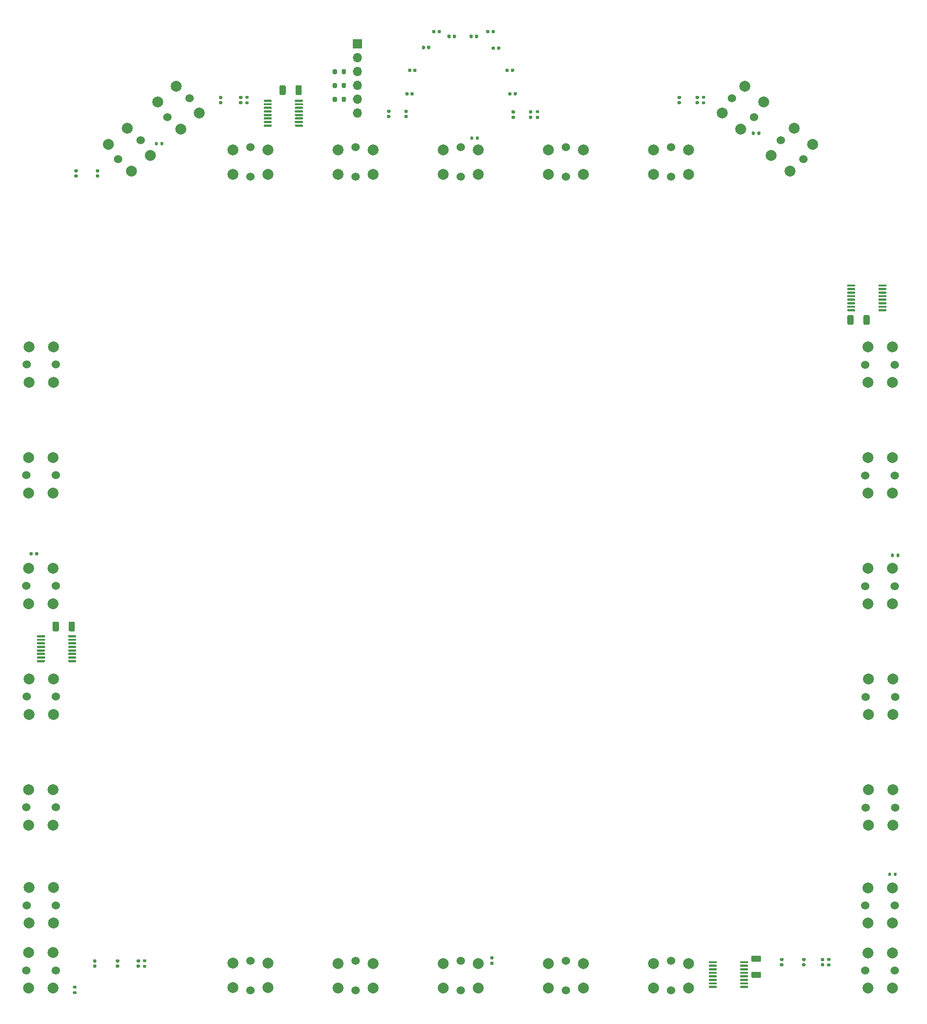
<source format=gbr>
G04 #@! TF.GenerationSoftware,KiCad,Pcbnew,(5.1.9)-1*
G04 #@! TF.CreationDate,2021-08-29T10:45:46-06:00*
G04 #@! TF.ProjectId,ampcd_button_board,616d7063-645f-4627-9574-746f6e5f626f,rev?*
G04 #@! TF.SameCoordinates,Original*
G04 #@! TF.FileFunction,Soldermask,Top*
G04 #@! TF.FilePolarity,Negative*
%FSLAX46Y46*%
G04 Gerber Fmt 4.6, Leading zero omitted, Abs format (unit mm)*
G04 Created by KiCad (PCBNEW (5.1.9)-1) date 2021-08-29 10:45:46*
%MOMM*%
%LPD*%
G01*
G04 APERTURE LIST*
%ADD10O,1.700000X1.700000*%
%ADD11R,1.700000X1.700000*%
%ADD12C,1.524000*%
%ADD13C,2.000000*%
G04 APERTURE END LIST*
G36*
G01*
X274310121Y59800490D02*
X275610123Y59800490D01*
G75*
G02*
X275860122Y59550491I0J-249999D01*
G01*
X275860122Y58900489D01*
G75*
G02*
X275610123Y58650490I-249999J0D01*
G01*
X274310121Y58650490D01*
G75*
G02*
X274060122Y58900489I0J249999D01*
G01*
X274060122Y59550491D01*
G75*
G02*
X274310121Y59800490I249999J0D01*
G01*
G37*
G36*
G01*
X274310121Y62750490D02*
X275610123Y62750490D01*
G75*
G02*
X275860122Y62500491I0J-249999D01*
G01*
X275860122Y61850489D01*
G75*
G02*
X275610123Y61600490I-249999J0D01*
G01*
X274310121Y61600490D01*
G75*
G02*
X274060122Y61850489I0J249999D01*
G01*
X274060122Y62500491D01*
G75*
G02*
X274310121Y62750490I249999J0D01*
G01*
G37*
D10*
X201794122Y217383490D03*
X201794122Y219923490D03*
X201794122Y222463490D03*
X201794122Y225003490D03*
X201794122Y227543490D03*
D11*
X201794122Y230083490D03*
D12*
X146419122Y171230490D03*
X141019122Y171230490D03*
D13*
X141469122Y174480490D03*
X145969122Y174480490D03*
X141469122Y167980490D03*
X145969122Y167980490D03*
D12*
X146355622Y150910490D03*
X140955622Y150910490D03*
D13*
X141405622Y154160490D03*
X145905622Y154160490D03*
X141405622Y147660490D03*
X145905622Y147660490D03*
D12*
X146355622Y130590490D03*
X140955622Y130590490D03*
D13*
X141405622Y133840490D03*
X145905622Y133840490D03*
X141405622Y127340490D03*
X145905622Y127340490D03*
D12*
X146419122Y110270490D03*
X141019122Y110270490D03*
D13*
X141469122Y113520490D03*
X145969122Y113520490D03*
X141469122Y107020490D03*
X145969122Y107020490D03*
D12*
X146355622Y89950490D03*
X140955622Y89950490D03*
D13*
X141405622Y93200490D03*
X145905622Y93200490D03*
X141405622Y86700490D03*
X145905622Y86700490D03*
D12*
X146419122Y71979990D03*
X141019122Y71979990D03*
D13*
X141469122Y75229990D03*
X145969122Y75229990D03*
X141469122Y68729990D03*
X145969122Y68729990D03*
D12*
X146355622Y60041990D03*
X140955622Y60041990D03*
D13*
X141405622Y63291990D03*
X145905622Y63291990D03*
X141405622Y56791990D03*
X145905622Y56791990D03*
D12*
X182120622Y56413990D03*
X182120622Y61813990D03*
D13*
X185370622Y61363990D03*
X185370622Y56863990D03*
X178870622Y61363990D03*
X178870622Y56863990D03*
D12*
X201424622Y56350490D03*
X201424622Y61750490D03*
D13*
X204674622Y61300490D03*
X204674622Y56800490D03*
X198174622Y61300490D03*
X198174622Y56800490D03*
D12*
X220728622Y56350490D03*
X220728622Y61750490D03*
D13*
X223978622Y61300490D03*
X223978622Y56800490D03*
X217478622Y61300490D03*
X217478622Y56800490D03*
D12*
X240032622Y56350490D03*
X240032622Y61750490D03*
D13*
X243282622Y61300490D03*
X243282622Y56800490D03*
X236782622Y61300490D03*
X236782622Y56800490D03*
D12*
X259336622Y56350490D03*
X259336622Y61750490D03*
D13*
X262586622Y61300490D03*
X262586622Y56800490D03*
X256086622Y61300490D03*
X256086622Y56800490D03*
D12*
X295015122Y60018990D03*
X300415122Y60018990D03*
D13*
X299965122Y56768990D03*
X295465122Y56768990D03*
X299965122Y63268990D03*
X295465122Y63268990D03*
D12*
X295015122Y71956990D03*
X300415122Y71956990D03*
D13*
X299965122Y68706990D03*
X295465122Y68706990D03*
X299965122Y75206990D03*
X295465122Y75206990D03*
D12*
X295078622Y89927490D03*
X300478622Y89927490D03*
D13*
X300028622Y86677490D03*
X295528622Y86677490D03*
X300028622Y93177490D03*
X295528622Y93177490D03*
D12*
X295078622Y110247490D03*
X300478622Y110247490D03*
D13*
X300028622Y106997490D03*
X295528622Y106997490D03*
X300028622Y113497490D03*
X295528622Y113497490D03*
D12*
X295015122Y130567490D03*
X300415122Y130567490D03*
D13*
X299965122Y127317490D03*
X295465122Y127317490D03*
X299965122Y133817490D03*
X295465122Y133817490D03*
D12*
X295015122Y150887490D03*
X300415122Y150887490D03*
D13*
X299965122Y147637490D03*
X295465122Y147637490D03*
X299965122Y154137490D03*
X295465122Y154137490D03*
D12*
X295015122Y171207490D03*
X300415122Y171207490D03*
D13*
X299965122Y167957490D03*
X295465122Y167957490D03*
X299965122Y174457490D03*
X295465122Y174457490D03*
D12*
X279484118Y212401684D03*
X283596425Y208901837D03*
D13*
X281147343Y206718491D03*
X277720420Y209635031D03*
X285360122Y211668490D03*
X281933200Y214585030D03*
D12*
X270467118Y220148684D03*
X274579425Y216648837D03*
D13*
X272130343Y214465491D03*
X268703420Y217382031D03*
X276343122Y219415490D03*
X272916200Y222332030D03*
D12*
X259336622Y205702490D03*
X259336622Y211102490D03*
D13*
X262586622Y210652490D03*
X262586622Y206152490D03*
X256086622Y210652490D03*
X256086622Y206152490D03*
D12*
X240032622Y205702490D03*
X240032622Y211102490D03*
D13*
X243282622Y210652490D03*
X243282622Y206152490D03*
X236782622Y210652490D03*
X236782622Y206152490D03*
D12*
X220728622Y205702490D03*
X220728622Y211102490D03*
D13*
X223978622Y210652490D03*
X223978622Y206152490D03*
X217478622Y210652490D03*
X217478622Y206152490D03*
D12*
X201424622Y205702490D03*
X201424622Y211102490D03*
D13*
X204674622Y210652490D03*
X204674622Y206152490D03*
X198174622Y210652490D03*
X198174622Y206152490D03*
D12*
X182120622Y205702490D03*
X182120622Y211102490D03*
D13*
X185370622Y210652490D03*
X185370622Y206152490D03*
X178870622Y210652490D03*
X178870622Y206152490D03*
D12*
X166856897Y216653297D03*
X170969204Y220153144D03*
D13*
X172732901Y217386491D03*
X169305979Y214469951D03*
X168520122Y222336490D03*
X165093200Y219419950D03*
D12*
X157839897Y208906297D03*
X161952204Y212406144D03*
D13*
X163715901Y209639491D03*
X160288979Y206722951D03*
X159503122Y214589490D03*
X156076200Y211672950D03*
G36*
G01*
X148648722Y121260490D02*
X148648722Y121460490D01*
G75*
G02*
X148748722Y121560490I100000J0D01*
G01*
X150023722Y121560490D01*
G75*
G02*
X150123722Y121460490I0J-100000D01*
G01*
X150123722Y121260490D01*
G75*
G02*
X150023722Y121160490I-100000J0D01*
G01*
X148748722Y121160490D01*
G75*
G02*
X148648722Y121260490I0J100000D01*
G01*
G37*
G36*
G01*
X148648722Y120610490D02*
X148648722Y120810490D01*
G75*
G02*
X148748722Y120910490I100000J0D01*
G01*
X150023722Y120910490D01*
G75*
G02*
X150123722Y120810490I0J-100000D01*
G01*
X150123722Y120610490D01*
G75*
G02*
X150023722Y120510490I-100000J0D01*
G01*
X148748722Y120510490D01*
G75*
G02*
X148648722Y120610490I0J100000D01*
G01*
G37*
G36*
G01*
X148648722Y119960490D02*
X148648722Y120160490D01*
G75*
G02*
X148748722Y120260490I100000J0D01*
G01*
X150023722Y120260490D01*
G75*
G02*
X150123722Y120160490I0J-100000D01*
G01*
X150123722Y119960490D01*
G75*
G02*
X150023722Y119860490I-100000J0D01*
G01*
X148748722Y119860490D01*
G75*
G02*
X148648722Y119960490I0J100000D01*
G01*
G37*
G36*
G01*
X148648722Y119310490D02*
X148648722Y119510490D01*
G75*
G02*
X148748722Y119610490I100000J0D01*
G01*
X150023722Y119610490D01*
G75*
G02*
X150123722Y119510490I0J-100000D01*
G01*
X150123722Y119310490D01*
G75*
G02*
X150023722Y119210490I-100000J0D01*
G01*
X148748722Y119210490D01*
G75*
G02*
X148648722Y119310490I0J100000D01*
G01*
G37*
G36*
G01*
X148648722Y118660490D02*
X148648722Y118860490D01*
G75*
G02*
X148748722Y118960490I100000J0D01*
G01*
X150023722Y118960490D01*
G75*
G02*
X150123722Y118860490I0J-100000D01*
G01*
X150123722Y118660490D01*
G75*
G02*
X150023722Y118560490I-100000J0D01*
G01*
X148748722Y118560490D01*
G75*
G02*
X148648722Y118660490I0J100000D01*
G01*
G37*
G36*
G01*
X148648722Y118010490D02*
X148648722Y118210490D01*
G75*
G02*
X148748722Y118310490I100000J0D01*
G01*
X150023722Y118310490D01*
G75*
G02*
X150123722Y118210490I0J-100000D01*
G01*
X150123722Y118010490D01*
G75*
G02*
X150023722Y117910490I-100000J0D01*
G01*
X148748722Y117910490D01*
G75*
G02*
X148648722Y118010490I0J100000D01*
G01*
G37*
G36*
G01*
X148648722Y117360490D02*
X148648722Y117560490D01*
G75*
G02*
X148748722Y117660490I100000J0D01*
G01*
X150023722Y117660490D01*
G75*
G02*
X150123722Y117560490I0J-100000D01*
G01*
X150123722Y117360490D01*
G75*
G02*
X150023722Y117260490I-100000J0D01*
G01*
X148748722Y117260490D01*
G75*
G02*
X148648722Y117360490I0J100000D01*
G01*
G37*
G36*
G01*
X148648722Y116710490D02*
X148648722Y116910490D01*
G75*
G02*
X148748722Y117010490I100000J0D01*
G01*
X150023722Y117010490D01*
G75*
G02*
X150123722Y116910490I0J-100000D01*
G01*
X150123722Y116710490D01*
G75*
G02*
X150023722Y116610490I-100000J0D01*
G01*
X148748722Y116610490D01*
G75*
G02*
X148648722Y116710490I0J100000D01*
G01*
G37*
G36*
G01*
X142923722Y116710490D02*
X142923722Y116910490D01*
G75*
G02*
X143023722Y117010490I100000J0D01*
G01*
X144298722Y117010490D01*
G75*
G02*
X144398722Y116910490I0J-100000D01*
G01*
X144398722Y116710490D01*
G75*
G02*
X144298722Y116610490I-100000J0D01*
G01*
X143023722Y116610490D01*
G75*
G02*
X142923722Y116710490I0J100000D01*
G01*
G37*
G36*
G01*
X142923722Y117360490D02*
X142923722Y117560490D01*
G75*
G02*
X143023722Y117660490I100000J0D01*
G01*
X144298722Y117660490D01*
G75*
G02*
X144398722Y117560490I0J-100000D01*
G01*
X144398722Y117360490D01*
G75*
G02*
X144298722Y117260490I-100000J0D01*
G01*
X143023722Y117260490D01*
G75*
G02*
X142923722Y117360490I0J100000D01*
G01*
G37*
G36*
G01*
X142923722Y118010490D02*
X142923722Y118210490D01*
G75*
G02*
X143023722Y118310490I100000J0D01*
G01*
X144298722Y118310490D01*
G75*
G02*
X144398722Y118210490I0J-100000D01*
G01*
X144398722Y118010490D01*
G75*
G02*
X144298722Y117910490I-100000J0D01*
G01*
X143023722Y117910490D01*
G75*
G02*
X142923722Y118010490I0J100000D01*
G01*
G37*
G36*
G01*
X142923722Y118660490D02*
X142923722Y118860490D01*
G75*
G02*
X143023722Y118960490I100000J0D01*
G01*
X144298722Y118960490D01*
G75*
G02*
X144398722Y118860490I0J-100000D01*
G01*
X144398722Y118660490D01*
G75*
G02*
X144298722Y118560490I-100000J0D01*
G01*
X143023722Y118560490D01*
G75*
G02*
X142923722Y118660490I0J100000D01*
G01*
G37*
G36*
G01*
X142923722Y119310490D02*
X142923722Y119510490D01*
G75*
G02*
X143023722Y119610490I100000J0D01*
G01*
X144298722Y119610490D01*
G75*
G02*
X144398722Y119510490I0J-100000D01*
G01*
X144398722Y119310490D01*
G75*
G02*
X144298722Y119210490I-100000J0D01*
G01*
X143023722Y119210490D01*
G75*
G02*
X142923722Y119310490I0J100000D01*
G01*
G37*
G36*
G01*
X142923722Y119960490D02*
X142923722Y120160490D01*
G75*
G02*
X143023722Y120260490I100000J0D01*
G01*
X144298722Y120260490D01*
G75*
G02*
X144398722Y120160490I0J-100000D01*
G01*
X144398722Y119960490D01*
G75*
G02*
X144298722Y119860490I-100000J0D01*
G01*
X143023722Y119860490D01*
G75*
G02*
X142923722Y119960490I0J100000D01*
G01*
G37*
G36*
G01*
X142923722Y120610490D02*
X142923722Y120810490D01*
G75*
G02*
X143023722Y120910490I100000J0D01*
G01*
X144298722Y120910490D01*
G75*
G02*
X144398722Y120810490I0J-100000D01*
G01*
X144398722Y120610490D01*
G75*
G02*
X144298722Y120510490I-100000J0D01*
G01*
X143023722Y120510490D01*
G75*
G02*
X142923722Y120610490I0J100000D01*
G01*
G37*
G36*
G01*
X142923722Y121260490D02*
X142923722Y121460490D01*
G75*
G02*
X143023722Y121560490I100000J0D01*
G01*
X144298722Y121560490D01*
G75*
G02*
X144398722Y121460490I0J-100000D01*
G01*
X144398722Y121260490D01*
G75*
G02*
X144298722Y121160490I-100000J0D01*
G01*
X143023722Y121160490D01*
G75*
G02*
X142923722Y121260490I0J100000D01*
G01*
G37*
G36*
G01*
X271991122Y61443490D02*
X271991122Y61643490D01*
G75*
G02*
X272091122Y61743490I100000J0D01*
G01*
X273366122Y61743490D01*
G75*
G02*
X273466122Y61643490I0J-100000D01*
G01*
X273466122Y61443490D01*
G75*
G02*
X273366122Y61343490I-100000J0D01*
G01*
X272091122Y61343490D01*
G75*
G02*
X271991122Y61443490I0J100000D01*
G01*
G37*
G36*
G01*
X271991122Y60793490D02*
X271991122Y60993490D01*
G75*
G02*
X272091122Y61093490I100000J0D01*
G01*
X273366122Y61093490D01*
G75*
G02*
X273466122Y60993490I0J-100000D01*
G01*
X273466122Y60793490D01*
G75*
G02*
X273366122Y60693490I-100000J0D01*
G01*
X272091122Y60693490D01*
G75*
G02*
X271991122Y60793490I0J100000D01*
G01*
G37*
G36*
G01*
X271991122Y60143490D02*
X271991122Y60343490D01*
G75*
G02*
X272091122Y60443490I100000J0D01*
G01*
X273366122Y60443490D01*
G75*
G02*
X273466122Y60343490I0J-100000D01*
G01*
X273466122Y60143490D01*
G75*
G02*
X273366122Y60043490I-100000J0D01*
G01*
X272091122Y60043490D01*
G75*
G02*
X271991122Y60143490I0J100000D01*
G01*
G37*
G36*
G01*
X271991122Y59493490D02*
X271991122Y59693490D01*
G75*
G02*
X272091122Y59793490I100000J0D01*
G01*
X273366122Y59793490D01*
G75*
G02*
X273466122Y59693490I0J-100000D01*
G01*
X273466122Y59493490D01*
G75*
G02*
X273366122Y59393490I-100000J0D01*
G01*
X272091122Y59393490D01*
G75*
G02*
X271991122Y59493490I0J100000D01*
G01*
G37*
G36*
G01*
X271991122Y58843490D02*
X271991122Y59043490D01*
G75*
G02*
X272091122Y59143490I100000J0D01*
G01*
X273366122Y59143490D01*
G75*
G02*
X273466122Y59043490I0J-100000D01*
G01*
X273466122Y58843490D01*
G75*
G02*
X273366122Y58743490I-100000J0D01*
G01*
X272091122Y58743490D01*
G75*
G02*
X271991122Y58843490I0J100000D01*
G01*
G37*
G36*
G01*
X271991122Y58193490D02*
X271991122Y58393490D01*
G75*
G02*
X272091122Y58493490I100000J0D01*
G01*
X273366122Y58493490D01*
G75*
G02*
X273466122Y58393490I0J-100000D01*
G01*
X273466122Y58193490D01*
G75*
G02*
X273366122Y58093490I-100000J0D01*
G01*
X272091122Y58093490D01*
G75*
G02*
X271991122Y58193490I0J100000D01*
G01*
G37*
G36*
G01*
X271991122Y57543490D02*
X271991122Y57743490D01*
G75*
G02*
X272091122Y57843490I100000J0D01*
G01*
X273366122Y57843490D01*
G75*
G02*
X273466122Y57743490I0J-100000D01*
G01*
X273466122Y57543490D01*
G75*
G02*
X273366122Y57443490I-100000J0D01*
G01*
X272091122Y57443490D01*
G75*
G02*
X271991122Y57543490I0J100000D01*
G01*
G37*
G36*
G01*
X271991122Y56893490D02*
X271991122Y57093490D01*
G75*
G02*
X272091122Y57193490I100000J0D01*
G01*
X273366122Y57193490D01*
G75*
G02*
X273466122Y57093490I0J-100000D01*
G01*
X273466122Y56893490D01*
G75*
G02*
X273366122Y56793490I-100000J0D01*
G01*
X272091122Y56793490D01*
G75*
G02*
X271991122Y56893490I0J100000D01*
G01*
G37*
G36*
G01*
X266266122Y56893490D02*
X266266122Y57093490D01*
G75*
G02*
X266366122Y57193490I100000J0D01*
G01*
X267641122Y57193490D01*
G75*
G02*
X267741122Y57093490I0J-100000D01*
G01*
X267741122Y56893490D01*
G75*
G02*
X267641122Y56793490I-100000J0D01*
G01*
X266366122Y56793490D01*
G75*
G02*
X266266122Y56893490I0J100000D01*
G01*
G37*
G36*
G01*
X266266122Y57543490D02*
X266266122Y57743490D01*
G75*
G02*
X266366122Y57843490I100000J0D01*
G01*
X267641122Y57843490D01*
G75*
G02*
X267741122Y57743490I0J-100000D01*
G01*
X267741122Y57543490D01*
G75*
G02*
X267641122Y57443490I-100000J0D01*
G01*
X266366122Y57443490D01*
G75*
G02*
X266266122Y57543490I0J100000D01*
G01*
G37*
G36*
G01*
X266266122Y58193490D02*
X266266122Y58393490D01*
G75*
G02*
X266366122Y58493490I100000J0D01*
G01*
X267641122Y58493490D01*
G75*
G02*
X267741122Y58393490I0J-100000D01*
G01*
X267741122Y58193490D01*
G75*
G02*
X267641122Y58093490I-100000J0D01*
G01*
X266366122Y58093490D01*
G75*
G02*
X266266122Y58193490I0J100000D01*
G01*
G37*
G36*
G01*
X266266122Y58843490D02*
X266266122Y59043490D01*
G75*
G02*
X266366122Y59143490I100000J0D01*
G01*
X267641122Y59143490D01*
G75*
G02*
X267741122Y59043490I0J-100000D01*
G01*
X267741122Y58843490D01*
G75*
G02*
X267641122Y58743490I-100000J0D01*
G01*
X266366122Y58743490D01*
G75*
G02*
X266266122Y58843490I0J100000D01*
G01*
G37*
G36*
G01*
X266266122Y59493490D02*
X266266122Y59693490D01*
G75*
G02*
X266366122Y59793490I100000J0D01*
G01*
X267641122Y59793490D01*
G75*
G02*
X267741122Y59693490I0J-100000D01*
G01*
X267741122Y59493490D01*
G75*
G02*
X267641122Y59393490I-100000J0D01*
G01*
X266366122Y59393490D01*
G75*
G02*
X266266122Y59493490I0J100000D01*
G01*
G37*
G36*
G01*
X266266122Y60143490D02*
X266266122Y60343490D01*
G75*
G02*
X266366122Y60443490I100000J0D01*
G01*
X267641122Y60443490D01*
G75*
G02*
X267741122Y60343490I0J-100000D01*
G01*
X267741122Y60143490D01*
G75*
G02*
X267641122Y60043490I-100000J0D01*
G01*
X266366122Y60043490D01*
G75*
G02*
X266266122Y60143490I0J100000D01*
G01*
G37*
G36*
G01*
X266266122Y60793490D02*
X266266122Y60993490D01*
G75*
G02*
X266366122Y61093490I100000J0D01*
G01*
X267641122Y61093490D01*
G75*
G02*
X267741122Y60993490I0J-100000D01*
G01*
X267741122Y60793490D01*
G75*
G02*
X267641122Y60693490I-100000J0D01*
G01*
X266366122Y60693490D01*
G75*
G02*
X266266122Y60793490I0J100000D01*
G01*
G37*
G36*
G01*
X266266122Y61443490D02*
X266266122Y61643490D01*
G75*
G02*
X266366122Y61743490I100000J0D01*
G01*
X267641122Y61743490D01*
G75*
G02*
X267741122Y61643490I0J-100000D01*
G01*
X267741122Y61443490D01*
G75*
G02*
X267641122Y61343490I-100000J0D01*
G01*
X266366122Y61343490D01*
G75*
G02*
X266266122Y61443490I0J100000D01*
G01*
G37*
G36*
G01*
X293141122Y181299490D02*
X293141122Y181099490D01*
G75*
G02*
X293041122Y180999490I-100000J0D01*
G01*
X291766122Y180999490D01*
G75*
G02*
X291666122Y181099490I0J100000D01*
G01*
X291666122Y181299490D01*
G75*
G02*
X291766122Y181399490I100000J0D01*
G01*
X293041122Y181399490D01*
G75*
G02*
X293141122Y181299490I0J-100000D01*
G01*
G37*
G36*
G01*
X293141122Y181949490D02*
X293141122Y181749490D01*
G75*
G02*
X293041122Y181649490I-100000J0D01*
G01*
X291766122Y181649490D01*
G75*
G02*
X291666122Y181749490I0J100000D01*
G01*
X291666122Y181949490D01*
G75*
G02*
X291766122Y182049490I100000J0D01*
G01*
X293041122Y182049490D01*
G75*
G02*
X293141122Y181949490I0J-100000D01*
G01*
G37*
G36*
G01*
X293141122Y182599490D02*
X293141122Y182399490D01*
G75*
G02*
X293041122Y182299490I-100000J0D01*
G01*
X291766122Y182299490D01*
G75*
G02*
X291666122Y182399490I0J100000D01*
G01*
X291666122Y182599490D01*
G75*
G02*
X291766122Y182699490I100000J0D01*
G01*
X293041122Y182699490D01*
G75*
G02*
X293141122Y182599490I0J-100000D01*
G01*
G37*
G36*
G01*
X293141122Y183249490D02*
X293141122Y183049490D01*
G75*
G02*
X293041122Y182949490I-100000J0D01*
G01*
X291766122Y182949490D01*
G75*
G02*
X291666122Y183049490I0J100000D01*
G01*
X291666122Y183249490D01*
G75*
G02*
X291766122Y183349490I100000J0D01*
G01*
X293041122Y183349490D01*
G75*
G02*
X293141122Y183249490I0J-100000D01*
G01*
G37*
G36*
G01*
X293141122Y183899490D02*
X293141122Y183699490D01*
G75*
G02*
X293041122Y183599490I-100000J0D01*
G01*
X291766122Y183599490D01*
G75*
G02*
X291666122Y183699490I0J100000D01*
G01*
X291666122Y183899490D01*
G75*
G02*
X291766122Y183999490I100000J0D01*
G01*
X293041122Y183999490D01*
G75*
G02*
X293141122Y183899490I0J-100000D01*
G01*
G37*
G36*
G01*
X293141122Y184549490D02*
X293141122Y184349490D01*
G75*
G02*
X293041122Y184249490I-100000J0D01*
G01*
X291766122Y184249490D01*
G75*
G02*
X291666122Y184349490I0J100000D01*
G01*
X291666122Y184549490D01*
G75*
G02*
X291766122Y184649490I100000J0D01*
G01*
X293041122Y184649490D01*
G75*
G02*
X293141122Y184549490I0J-100000D01*
G01*
G37*
G36*
G01*
X293141122Y185199490D02*
X293141122Y184999490D01*
G75*
G02*
X293041122Y184899490I-100000J0D01*
G01*
X291766122Y184899490D01*
G75*
G02*
X291666122Y184999490I0J100000D01*
G01*
X291666122Y185199490D01*
G75*
G02*
X291766122Y185299490I100000J0D01*
G01*
X293041122Y185299490D01*
G75*
G02*
X293141122Y185199490I0J-100000D01*
G01*
G37*
G36*
G01*
X293141122Y185849490D02*
X293141122Y185649490D01*
G75*
G02*
X293041122Y185549490I-100000J0D01*
G01*
X291766122Y185549490D01*
G75*
G02*
X291666122Y185649490I0J100000D01*
G01*
X291666122Y185849490D01*
G75*
G02*
X291766122Y185949490I100000J0D01*
G01*
X293041122Y185949490D01*
G75*
G02*
X293141122Y185849490I0J-100000D01*
G01*
G37*
G36*
G01*
X298866122Y185849490D02*
X298866122Y185649490D01*
G75*
G02*
X298766122Y185549490I-100000J0D01*
G01*
X297491122Y185549490D01*
G75*
G02*
X297391122Y185649490I0J100000D01*
G01*
X297391122Y185849490D01*
G75*
G02*
X297491122Y185949490I100000J0D01*
G01*
X298766122Y185949490D01*
G75*
G02*
X298866122Y185849490I0J-100000D01*
G01*
G37*
G36*
G01*
X298866122Y185199490D02*
X298866122Y184999490D01*
G75*
G02*
X298766122Y184899490I-100000J0D01*
G01*
X297491122Y184899490D01*
G75*
G02*
X297391122Y184999490I0J100000D01*
G01*
X297391122Y185199490D01*
G75*
G02*
X297491122Y185299490I100000J0D01*
G01*
X298766122Y185299490D01*
G75*
G02*
X298866122Y185199490I0J-100000D01*
G01*
G37*
G36*
G01*
X298866122Y184549490D02*
X298866122Y184349490D01*
G75*
G02*
X298766122Y184249490I-100000J0D01*
G01*
X297491122Y184249490D01*
G75*
G02*
X297391122Y184349490I0J100000D01*
G01*
X297391122Y184549490D01*
G75*
G02*
X297491122Y184649490I100000J0D01*
G01*
X298766122Y184649490D01*
G75*
G02*
X298866122Y184549490I0J-100000D01*
G01*
G37*
G36*
G01*
X298866122Y183899490D02*
X298866122Y183699490D01*
G75*
G02*
X298766122Y183599490I-100000J0D01*
G01*
X297491122Y183599490D01*
G75*
G02*
X297391122Y183699490I0J100000D01*
G01*
X297391122Y183899490D01*
G75*
G02*
X297491122Y183999490I100000J0D01*
G01*
X298766122Y183999490D01*
G75*
G02*
X298866122Y183899490I0J-100000D01*
G01*
G37*
G36*
G01*
X298866122Y183249490D02*
X298866122Y183049490D01*
G75*
G02*
X298766122Y182949490I-100000J0D01*
G01*
X297491122Y182949490D01*
G75*
G02*
X297391122Y183049490I0J100000D01*
G01*
X297391122Y183249490D01*
G75*
G02*
X297491122Y183349490I100000J0D01*
G01*
X298766122Y183349490D01*
G75*
G02*
X298866122Y183249490I0J-100000D01*
G01*
G37*
G36*
G01*
X298866122Y182599490D02*
X298866122Y182399490D01*
G75*
G02*
X298766122Y182299490I-100000J0D01*
G01*
X297491122Y182299490D01*
G75*
G02*
X297391122Y182399490I0J100000D01*
G01*
X297391122Y182599490D01*
G75*
G02*
X297491122Y182699490I100000J0D01*
G01*
X298766122Y182699490D01*
G75*
G02*
X298866122Y182599490I0J-100000D01*
G01*
G37*
G36*
G01*
X298866122Y181949490D02*
X298866122Y181749490D01*
G75*
G02*
X298766122Y181649490I-100000J0D01*
G01*
X297491122Y181649490D01*
G75*
G02*
X297391122Y181749490I0J100000D01*
G01*
X297391122Y181949490D01*
G75*
G02*
X297491122Y182049490I100000J0D01*
G01*
X298766122Y182049490D01*
G75*
G02*
X298866122Y181949490I0J-100000D01*
G01*
G37*
G36*
G01*
X298866122Y181299490D02*
X298866122Y181099490D01*
G75*
G02*
X298766122Y180999490I-100000J0D01*
G01*
X297491122Y180999490D01*
G75*
G02*
X297391122Y181099490I0J100000D01*
G01*
X297391122Y181299490D01*
G75*
G02*
X297491122Y181399490I100000J0D01*
G01*
X298766122Y181399490D01*
G75*
G02*
X298866122Y181299490I0J-100000D01*
G01*
G37*
G36*
G01*
X190279322Y219558490D02*
X190279322Y219758490D01*
G75*
G02*
X190379322Y219858490I100000J0D01*
G01*
X191654322Y219858490D01*
G75*
G02*
X191754322Y219758490I0J-100000D01*
G01*
X191754322Y219558490D01*
G75*
G02*
X191654322Y219458490I-100000J0D01*
G01*
X190379322Y219458490D01*
G75*
G02*
X190279322Y219558490I0J100000D01*
G01*
G37*
G36*
G01*
X190279322Y218908490D02*
X190279322Y219108490D01*
G75*
G02*
X190379322Y219208490I100000J0D01*
G01*
X191654322Y219208490D01*
G75*
G02*
X191754322Y219108490I0J-100000D01*
G01*
X191754322Y218908490D01*
G75*
G02*
X191654322Y218808490I-100000J0D01*
G01*
X190379322Y218808490D01*
G75*
G02*
X190279322Y218908490I0J100000D01*
G01*
G37*
G36*
G01*
X190279322Y218258490D02*
X190279322Y218458490D01*
G75*
G02*
X190379322Y218558490I100000J0D01*
G01*
X191654322Y218558490D01*
G75*
G02*
X191754322Y218458490I0J-100000D01*
G01*
X191754322Y218258490D01*
G75*
G02*
X191654322Y218158490I-100000J0D01*
G01*
X190379322Y218158490D01*
G75*
G02*
X190279322Y218258490I0J100000D01*
G01*
G37*
G36*
G01*
X190279322Y217608490D02*
X190279322Y217808490D01*
G75*
G02*
X190379322Y217908490I100000J0D01*
G01*
X191654322Y217908490D01*
G75*
G02*
X191754322Y217808490I0J-100000D01*
G01*
X191754322Y217608490D01*
G75*
G02*
X191654322Y217508490I-100000J0D01*
G01*
X190379322Y217508490D01*
G75*
G02*
X190279322Y217608490I0J100000D01*
G01*
G37*
G36*
G01*
X190279322Y216958490D02*
X190279322Y217158490D01*
G75*
G02*
X190379322Y217258490I100000J0D01*
G01*
X191654322Y217258490D01*
G75*
G02*
X191754322Y217158490I0J-100000D01*
G01*
X191754322Y216958490D01*
G75*
G02*
X191654322Y216858490I-100000J0D01*
G01*
X190379322Y216858490D01*
G75*
G02*
X190279322Y216958490I0J100000D01*
G01*
G37*
G36*
G01*
X190279322Y216308490D02*
X190279322Y216508490D01*
G75*
G02*
X190379322Y216608490I100000J0D01*
G01*
X191654322Y216608490D01*
G75*
G02*
X191754322Y216508490I0J-100000D01*
G01*
X191754322Y216308490D01*
G75*
G02*
X191654322Y216208490I-100000J0D01*
G01*
X190379322Y216208490D01*
G75*
G02*
X190279322Y216308490I0J100000D01*
G01*
G37*
G36*
G01*
X190279322Y215658490D02*
X190279322Y215858490D01*
G75*
G02*
X190379322Y215958490I100000J0D01*
G01*
X191654322Y215958490D01*
G75*
G02*
X191754322Y215858490I0J-100000D01*
G01*
X191754322Y215658490D01*
G75*
G02*
X191654322Y215558490I-100000J0D01*
G01*
X190379322Y215558490D01*
G75*
G02*
X190279322Y215658490I0J100000D01*
G01*
G37*
G36*
G01*
X190279322Y215008490D02*
X190279322Y215208490D01*
G75*
G02*
X190379322Y215308490I100000J0D01*
G01*
X191654322Y215308490D01*
G75*
G02*
X191754322Y215208490I0J-100000D01*
G01*
X191754322Y215008490D01*
G75*
G02*
X191654322Y214908490I-100000J0D01*
G01*
X190379322Y214908490D01*
G75*
G02*
X190279322Y215008490I0J100000D01*
G01*
G37*
G36*
G01*
X184554322Y215008490D02*
X184554322Y215208490D01*
G75*
G02*
X184654322Y215308490I100000J0D01*
G01*
X185929322Y215308490D01*
G75*
G02*
X186029322Y215208490I0J-100000D01*
G01*
X186029322Y215008490D01*
G75*
G02*
X185929322Y214908490I-100000J0D01*
G01*
X184654322Y214908490D01*
G75*
G02*
X184554322Y215008490I0J100000D01*
G01*
G37*
G36*
G01*
X184554322Y215658490D02*
X184554322Y215858490D01*
G75*
G02*
X184654322Y215958490I100000J0D01*
G01*
X185929322Y215958490D01*
G75*
G02*
X186029322Y215858490I0J-100000D01*
G01*
X186029322Y215658490D01*
G75*
G02*
X185929322Y215558490I-100000J0D01*
G01*
X184654322Y215558490D01*
G75*
G02*
X184554322Y215658490I0J100000D01*
G01*
G37*
G36*
G01*
X184554322Y216308490D02*
X184554322Y216508490D01*
G75*
G02*
X184654322Y216608490I100000J0D01*
G01*
X185929322Y216608490D01*
G75*
G02*
X186029322Y216508490I0J-100000D01*
G01*
X186029322Y216308490D01*
G75*
G02*
X185929322Y216208490I-100000J0D01*
G01*
X184654322Y216208490D01*
G75*
G02*
X184554322Y216308490I0J100000D01*
G01*
G37*
G36*
G01*
X184554322Y216958490D02*
X184554322Y217158490D01*
G75*
G02*
X184654322Y217258490I100000J0D01*
G01*
X185929322Y217258490D01*
G75*
G02*
X186029322Y217158490I0J-100000D01*
G01*
X186029322Y216958490D01*
G75*
G02*
X185929322Y216858490I-100000J0D01*
G01*
X184654322Y216858490D01*
G75*
G02*
X184554322Y216958490I0J100000D01*
G01*
G37*
G36*
G01*
X184554322Y217608490D02*
X184554322Y217808490D01*
G75*
G02*
X184654322Y217908490I100000J0D01*
G01*
X185929322Y217908490D01*
G75*
G02*
X186029322Y217808490I0J-100000D01*
G01*
X186029322Y217608490D01*
G75*
G02*
X185929322Y217508490I-100000J0D01*
G01*
X184654322Y217508490D01*
G75*
G02*
X184554322Y217608490I0J100000D01*
G01*
G37*
G36*
G01*
X184554322Y218258490D02*
X184554322Y218458490D01*
G75*
G02*
X184654322Y218558490I100000J0D01*
G01*
X185929322Y218558490D01*
G75*
G02*
X186029322Y218458490I0J-100000D01*
G01*
X186029322Y218258490D01*
G75*
G02*
X185929322Y218158490I-100000J0D01*
G01*
X184654322Y218158490D01*
G75*
G02*
X184554322Y218258490I0J100000D01*
G01*
G37*
G36*
G01*
X184554322Y218908490D02*
X184554322Y219108490D01*
G75*
G02*
X184654322Y219208490I100000J0D01*
G01*
X185929322Y219208490D01*
G75*
G02*
X186029322Y219108490I0J-100000D01*
G01*
X186029322Y218908490D01*
G75*
G02*
X185929322Y218808490I-100000J0D01*
G01*
X184654322Y218808490D01*
G75*
G02*
X184554322Y218908490I0J100000D01*
G01*
G37*
G36*
G01*
X184554322Y219558490D02*
X184554322Y219758490D01*
G75*
G02*
X184654322Y219858490I100000J0D01*
G01*
X185929322Y219858490D01*
G75*
G02*
X186029322Y219758490I0J-100000D01*
G01*
X186029322Y219558490D01*
G75*
G02*
X185929322Y219458490I-100000J0D01*
G01*
X184654322Y219458490D01*
G75*
G02*
X184554322Y219558490I0J100000D01*
G01*
G37*
G36*
G01*
X226418122Y232184490D02*
X226418122Y232554490D01*
G75*
G02*
X226553122Y232689490I135000J0D01*
G01*
X226823122Y232689490D01*
G75*
G02*
X226958122Y232554490I0J-135000D01*
G01*
X226958122Y232184490D01*
G75*
G02*
X226823122Y232049490I-135000J0D01*
G01*
X226553122Y232049490D01*
G75*
G02*
X226418122Y232184490I0J135000D01*
G01*
G37*
G36*
G01*
X225398122Y232184490D02*
X225398122Y232554490D01*
G75*
G02*
X225533122Y232689490I135000J0D01*
G01*
X225803122Y232689490D01*
G75*
G02*
X225938122Y232554490I0J-135000D01*
G01*
X225938122Y232184490D01*
G75*
G02*
X225803122Y232049490I-135000J0D01*
G01*
X225533122Y232049490D01*
G75*
G02*
X225398122Y232184490I0J135000D01*
G01*
G37*
G36*
G01*
X216032122Y232554490D02*
X216032122Y232184490D01*
G75*
G02*
X215897122Y232049490I-135000J0D01*
G01*
X215627122Y232049490D01*
G75*
G02*
X215492122Y232184490I0J135000D01*
G01*
X215492122Y232554490D01*
G75*
G02*
X215627122Y232689490I135000J0D01*
G01*
X215897122Y232689490D01*
G75*
G02*
X216032122Y232554490I0J-135000D01*
G01*
G37*
G36*
G01*
X217052122Y232554490D02*
X217052122Y232184490D01*
G75*
G02*
X216917122Y232049490I-135000J0D01*
G01*
X216647122Y232049490D01*
G75*
G02*
X216512122Y232184490I0J135000D01*
G01*
X216512122Y232554490D01*
G75*
G02*
X216647122Y232689490I135000J0D01*
G01*
X216917122Y232689490D01*
G75*
G02*
X217052122Y232554490I0J-135000D01*
G01*
G37*
G36*
G01*
X288096122Y61314490D02*
X288466122Y61314490D01*
G75*
G02*
X288601122Y61179490I0J-135000D01*
G01*
X288601122Y60909490D01*
G75*
G02*
X288466122Y60774490I-135000J0D01*
G01*
X288096122Y60774490D01*
G75*
G02*
X287961122Y60909490I0J135000D01*
G01*
X287961122Y61179490D01*
G75*
G02*
X288096122Y61314490I135000J0D01*
G01*
G37*
G36*
G01*
X288096122Y62334490D02*
X288466122Y62334490D01*
G75*
G02*
X288601122Y62199490I0J-135000D01*
G01*
X288601122Y61929490D01*
G75*
G02*
X288466122Y61794490I-135000J0D01*
G01*
X288096122Y61794490D01*
G75*
G02*
X287961122Y61929490I0J135000D01*
G01*
X287961122Y62199490D01*
G75*
G02*
X288096122Y62334490I135000J0D01*
G01*
G37*
G36*
G01*
X162863122Y61540490D02*
X162493122Y61540490D01*
G75*
G02*
X162358122Y61675490I0J135000D01*
G01*
X162358122Y61945490D01*
G75*
G02*
X162493122Y62080490I135000J0D01*
G01*
X162863122Y62080490D01*
G75*
G02*
X162998122Y61945490I0J-135000D01*
G01*
X162998122Y61675490D01*
G75*
G02*
X162863122Y61540490I-135000J0D01*
G01*
G37*
G36*
G01*
X162863122Y60520490D02*
X162493122Y60520490D01*
G75*
G02*
X162358122Y60655490I0J135000D01*
G01*
X162358122Y60925490D01*
G75*
G02*
X162493122Y61060490I135000J0D01*
G01*
X162863122Y61060490D01*
G75*
G02*
X162998122Y60925490I0J-135000D01*
G01*
X162998122Y60655490D01*
G75*
G02*
X162863122Y60520490I-135000J0D01*
G01*
G37*
G36*
G01*
X265479122Y220036490D02*
X265109122Y220036490D01*
G75*
G02*
X264974122Y220171490I0J135000D01*
G01*
X264974122Y220441490D01*
G75*
G02*
X265109122Y220576490I135000J0D01*
G01*
X265479122Y220576490D01*
G75*
G02*
X265614122Y220441490I0J-135000D01*
G01*
X265614122Y220171490D01*
G75*
G02*
X265479122Y220036490I-135000J0D01*
G01*
G37*
G36*
G01*
X265479122Y219016490D02*
X265109122Y219016490D01*
G75*
G02*
X264974122Y219151490I0J135000D01*
G01*
X264974122Y219421490D01*
G75*
G02*
X265109122Y219556490I135000J0D01*
G01*
X265479122Y219556490D01*
G75*
G02*
X265614122Y219421490I0J-135000D01*
G01*
X265614122Y219151490D01*
G75*
G02*
X265479122Y219016490I-135000J0D01*
G01*
G37*
G36*
G01*
X234999122Y217369490D02*
X234629122Y217369490D01*
G75*
G02*
X234494122Y217504490I0J135000D01*
G01*
X234494122Y217774490D01*
G75*
G02*
X234629122Y217909490I135000J0D01*
G01*
X234999122Y217909490D01*
G75*
G02*
X235134122Y217774490I0J-135000D01*
G01*
X235134122Y217504490D01*
G75*
G02*
X234999122Y217369490I-135000J0D01*
G01*
G37*
G36*
G01*
X234999122Y216349490D02*
X234629122Y216349490D01*
G75*
G02*
X234494122Y216484490I0J135000D01*
G01*
X234494122Y216754490D01*
G75*
G02*
X234629122Y216889490I135000J0D01*
G01*
X234999122Y216889490D01*
G75*
G02*
X235134122Y216754490I0J-135000D01*
G01*
X235134122Y216484490D01*
G75*
G02*
X234999122Y216349490I-135000J0D01*
G01*
G37*
G36*
G01*
X181659122Y220036490D02*
X181289122Y220036490D01*
G75*
G02*
X181154122Y220171490I0J135000D01*
G01*
X181154122Y220441490D01*
G75*
G02*
X181289122Y220576490I135000J0D01*
G01*
X181659122Y220576490D01*
G75*
G02*
X181794122Y220441490I0J-135000D01*
G01*
X181794122Y220171490D01*
G75*
G02*
X181659122Y220036490I-135000J0D01*
G01*
G37*
G36*
G01*
X181659122Y219016490D02*
X181289122Y219016490D01*
G75*
G02*
X181154122Y219151490I0J135000D01*
G01*
X181154122Y219421490D01*
G75*
G02*
X181289122Y219556490I135000J0D01*
G01*
X181659122Y219556490D01*
G75*
G02*
X181794122Y219421490I0J-135000D01*
G01*
X181794122Y219151490D01*
G75*
G02*
X181659122Y219016490I-135000J0D01*
G01*
G37*
G36*
G01*
X142118122Y136694890D02*
X142118122Y136324890D01*
G75*
G02*
X141983122Y136189890I-135000J0D01*
G01*
X141713122Y136189890D01*
G75*
G02*
X141578122Y136324890I0J135000D01*
G01*
X141578122Y136694890D01*
G75*
G02*
X141713122Y136829890I135000J0D01*
G01*
X141983122Y136829890D01*
G75*
G02*
X142118122Y136694890I0J-135000D01*
G01*
G37*
G36*
G01*
X143138122Y136694890D02*
X143138122Y136324890D01*
G75*
G02*
X143003122Y136189890I-135000J0D01*
G01*
X142733122Y136189890D01*
G75*
G02*
X142598122Y136324890I0J135000D01*
G01*
X142598122Y136694890D01*
G75*
G02*
X142733122Y136829890I135000J0D01*
G01*
X143003122Y136829890D01*
G75*
G02*
X143138122Y136694890I0J-135000D01*
G01*
G37*
G36*
G01*
X150061522Y56689090D02*
X149691522Y56689090D01*
G75*
G02*
X149556522Y56824090I0J135000D01*
G01*
X149556522Y57094090D01*
G75*
G02*
X149691522Y57229090I135000J0D01*
G01*
X150061522Y57229090D01*
G75*
G02*
X150196522Y57094090I0J-135000D01*
G01*
X150196522Y56824090D01*
G75*
G02*
X150061522Y56689090I-135000J0D01*
G01*
G37*
G36*
G01*
X150061522Y55669090D02*
X149691522Y55669090D01*
G75*
G02*
X149556522Y55804090I0J135000D01*
G01*
X149556522Y56074090D01*
G75*
G02*
X149691522Y56209090I135000J0D01*
G01*
X150061522Y56209090D01*
G75*
G02*
X150196522Y56074090I0J-135000D01*
G01*
X150196522Y55804090D01*
G75*
G02*
X150061522Y55669090I-135000J0D01*
G01*
G37*
G36*
G01*
X226617122Y62073890D02*
X226247122Y62073890D01*
G75*
G02*
X226112122Y62208890I0J135000D01*
G01*
X226112122Y62478890D01*
G75*
G02*
X226247122Y62613890I135000J0D01*
G01*
X226617122Y62613890D01*
G75*
G02*
X226752122Y62478890I0J-135000D01*
G01*
X226752122Y62208890D01*
G75*
G02*
X226617122Y62073890I-135000J0D01*
G01*
G37*
G36*
G01*
X226617122Y61053890D02*
X226247122Y61053890D01*
G75*
G02*
X226112122Y61188890I0J135000D01*
G01*
X226112122Y61458890D01*
G75*
G02*
X226247122Y61593890I135000J0D01*
G01*
X226617122Y61593890D01*
G75*
G02*
X226752122Y61458890I0J-135000D01*
G01*
X226752122Y61188890D01*
G75*
G02*
X226617122Y61053890I-135000J0D01*
G01*
G37*
G36*
G01*
X300230522Y77498490D02*
X300230522Y77868490D01*
G75*
G02*
X300365522Y78003490I135000J0D01*
G01*
X300635522Y78003490D01*
G75*
G02*
X300770522Y77868490I0J-135000D01*
G01*
X300770522Y77498490D01*
G75*
G02*
X300635522Y77363490I-135000J0D01*
G01*
X300365522Y77363490D01*
G75*
G02*
X300230522Y77498490I0J135000D01*
G01*
G37*
G36*
G01*
X299210522Y77498490D02*
X299210522Y77868490D01*
G75*
G02*
X299345522Y78003490I135000J0D01*
G01*
X299615522Y78003490D01*
G75*
G02*
X299750522Y77868490I0J-135000D01*
G01*
X299750522Y77498490D01*
G75*
G02*
X299615522Y77363490I-135000J0D01*
G01*
X299345522Y77363490D01*
G75*
G02*
X299210522Y77498490I0J135000D01*
G01*
G37*
G36*
G01*
X300713122Y136045490D02*
X300713122Y136415490D01*
G75*
G02*
X300848122Y136550490I135000J0D01*
G01*
X301118122Y136550490D01*
G75*
G02*
X301253122Y136415490I0J-135000D01*
G01*
X301253122Y136045490D01*
G75*
G02*
X301118122Y135910490I-135000J0D01*
G01*
X300848122Y135910490D01*
G75*
G02*
X300713122Y136045490I0J135000D01*
G01*
G37*
G36*
G01*
X299693122Y136045490D02*
X299693122Y136415490D01*
G75*
G02*
X299828122Y136550490I135000J0D01*
G01*
X300098122Y136550490D01*
G75*
G02*
X300233122Y136415490I0J-135000D01*
G01*
X300233122Y136045490D01*
G75*
G02*
X300098122Y135910490I-135000J0D01*
G01*
X299828122Y135910490D01*
G75*
G02*
X299693122Y136045490I0J135000D01*
G01*
G37*
G36*
G01*
X275186122Y213515490D02*
X275186122Y213885490D01*
G75*
G02*
X275321122Y214020490I135000J0D01*
G01*
X275591122Y214020490D01*
G75*
G02*
X275726122Y213885490I0J-135000D01*
G01*
X275726122Y213515490D01*
G75*
G02*
X275591122Y213380490I-135000J0D01*
G01*
X275321122Y213380490D01*
G75*
G02*
X275186122Y213515490I0J135000D01*
G01*
G37*
G36*
G01*
X274166122Y213515490D02*
X274166122Y213885490D01*
G75*
G02*
X274301122Y214020490I135000J0D01*
G01*
X274571122Y214020490D01*
G75*
G02*
X274706122Y213885490I0J-135000D01*
G01*
X274706122Y213515490D01*
G75*
G02*
X274571122Y213380490I-135000J0D01*
G01*
X274301122Y213380490D01*
G75*
G02*
X274166122Y213515490I0J135000D01*
G01*
G37*
G36*
G01*
X223017122Y212996490D02*
X223017122Y212626490D01*
G75*
G02*
X222882122Y212491490I-135000J0D01*
G01*
X222612122Y212491490D01*
G75*
G02*
X222477122Y212626490I0J135000D01*
G01*
X222477122Y212996490D01*
G75*
G02*
X222612122Y213131490I135000J0D01*
G01*
X222882122Y213131490D01*
G75*
G02*
X223017122Y212996490I0J-135000D01*
G01*
G37*
G36*
G01*
X224037122Y212996490D02*
X224037122Y212626490D01*
G75*
G02*
X223902122Y212491490I-135000J0D01*
G01*
X223632122Y212491490D01*
G75*
G02*
X223497122Y212626490I0J135000D01*
G01*
X223497122Y212996490D01*
G75*
G02*
X223632122Y213131490I135000J0D01*
G01*
X223902122Y213131490D01*
G75*
G02*
X224037122Y212996490I0J-135000D01*
G01*
G37*
G36*
G01*
X165105122Y211980490D02*
X165105122Y211610490D01*
G75*
G02*
X164970122Y211475490I-135000J0D01*
G01*
X164700122Y211475490D01*
G75*
G02*
X164565122Y211610490I0J135000D01*
G01*
X164565122Y211980490D01*
G75*
G02*
X164700122Y212115490I135000J0D01*
G01*
X164970122Y212115490D01*
G75*
G02*
X165105122Y211980490I0J-135000D01*
G01*
G37*
G36*
G01*
X166125122Y211980490D02*
X166125122Y211610490D01*
G75*
G02*
X165990122Y211475490I-135000J0D01*
G01*
X165720122Y211475490D01*
G75*
G02*
X165585122Y211610490I0J135000D01*
G01*
X165585122Y211980490D01*
G75*
G02*
X165720122Y212115490I135000J0D01*
G01*
X165990122Y212115490D01*
G75*
G02*
X166125122Y211980490I0J-135000D01*
G01*
G37*
G36*
G01*
X198004122Y225278490D02*
X198004122Y224728490D01*
G75*
G02*
X197804122Y224528490I-200000J0D01*
G01*
X197404122Y224528490D01*
G75*
G02*
X197204122Y224728490I0J200000D01*
G01*
X197204122Y225278490D01*
G75*
G02*
X197404122Y225478490I200000J0D01*
G01*
X197804122Y225478490D01*
G75*
G02*
X198004122Y225278490I0J-200000D01*
G01*
G37*
G36*
G01*
X199654122Y225278490D02*
X199654122Y224728490D01*
G75*
G02*
X199454122Y224528490I-200000J0D01*
G01*
X199054122Y224528490D01*
G75*
G02*
X198854122Y224728490I0J200000D01*
G01*
X198854122Y225278490D01*
G75*
G02*
X199054122Y225478490I200000J0D01*
G01*
X199454122Y225478490D01*
G75*
G02*
X199654122Y225278490I0J-200000D01*
G01*
G37*
G36*
G01*
X198004122Y222738490D02*
X198004122Y222188490D01*
G75*
G02*
X197804122Y221988490I-200000J0D01*
G01*
X197404122Y221988490D01*
G75*
G02*
X197204122Y222188490I0J200000D01*
G01*
X197204122Y222738490D01*
G75*
G02*
X197404122Y222938490I200000J0D01*
G01*
X197804122Y222938490D01*
G75*
G02*
X198004122Y222738490I0J-200000D01*
G01*
G37*
G36*
G01*
X199654122Y222738490D02*
X199654122Y222188490D01*
G75*
G02*
X199454122Y221988490I-200000J0D01*
G01*
X199054122Y221988490D01*
G75*
G02*
X198854122Y222188490I0J200000D01*
G01*
X198854122Y222738490D01*
G75*
G02*
X199054122Y222938490I200000J0D01*
G01*
X199454122Y222938490D01*
G75*
G02*
X199654122Y222738490I0J-200000D01*
G01*
G37*
G36*
G01*
X198004122Y220198490D02*
X198004122Y219648490D01*
G75*
G02*
X197804122Y219448490I-200000J0D01*
G01*
X197404122Y219448490D01*
G75*
G02*
X197204122Y219648490I0J200000D01*
G01*
X197204122Y220198490D01*
G75*
G02*
X197404122Y220398490I200000J0D01*
G01*
X197804122Y220398490D01*
G75*
G02*
X198004122Y220198490I0J-200000D01*
G01*
G37*
G36*
G01*
X199654122Y220198490D02*
X199654122Y219648490D01*
G75*
G02*
X199454122Y219448490I-200000J0D01*
G01*
X199054122Y219448490D01*
G75*
G02*
X198854122Y219648490I0J200000D01*
G01*
X198854122Y220198490D01*
G75*
G02*
X199054122Y220398490I200000J0D01*
G01*
X199454122Y220398490D01*
G75*
G02*
X199654122Y220198490I0J-200000D01*
G01*
G37*
G36*
G01*
X223320122Y231307990D02*
X223320122Y231652990D01*
G75*
G02*
X223467622Y231800490I147500J0D01*
G01*
X223762622Y231800490D01*
G75*
G02*
X223910122Y231652990I0J-147500D01*
G01*
X223910122Y231307990D01*
G75*
G02*
X223762622Y231160490I-147500J0D01*
G01*
X223467622Y231160490D01*
G75*
G02*
X223320122Y231307990I0J147500D01*
G01*
G37*
G36*
G01*
X222350122Y231307990D02*
X222350122Y231652990D01*
G75*
G02*
X222497622Y231800490I147500J0D01*
G01*
X222792622Y231800490D01*
G75*
G02*
X222940122Y231652990I0J-147500D01*
G01*
X222940122Y231307990D01*
G75*
G02*
X222792622Y231160490I-147500J0D01*
G01*
X222497622Y231160490D01*
G75*
G02*
X222350122Y231307990I0J147500D01*
G01*
G37*
G36*
G01*
X227004122Y229493990D02*
X227004122Y229148990D01*
G75*
G02*
X226856622Y229001490I-147500J0D01*
G01*
X226561622Y229001490D01*
G75*
G02*
X226414122Y229148990I0J147500D01*
G01*
X226414122Y229493990D01*
G75*
G02*
X226561622Y229641490I147500J0D01*
G01*
X226856622Y229641490D01*
G75*
G02*
X227004122Y229493990I0J-147500D01*
G01*
G37*
G36*
G01*
X227974122Y229493990D02*
X227974122Y229148990D01*
G75*
G02*
X227826622Y229001490I-147500J0D01*
G01*
X227531622Y229001490D01*
G75*
G02*
X227384122Y229148990I0J147500D01*
G01*
X227384122Y229493990D01*
G75*
G02*
X227531622Y229641490I147500J0D01*
G01*
X227826622Y229641490D01*
G75*
G02*
X227974122Y229493990I0J-147500D01*
G01*
G37*
G36*
G01*
X229544122Y225429990D02*
X229544122Y225084990D01*
G75*
G02*
X229396622Y224937490I-147500J0D01*
G01*
X229101622Y224937490D01*
G75*
G02*
X228954122Y225084990I0J147500D01*
G01*
X228954122Y225429990D01*
G75*
G02*
X229101622Y225577490I147500J0D01*
G01*
X229396622Y225577490D01*
G75*
G02*
X229544122Y225429990I0J-147500D01*
G01*
G37*
G36*
G01*
X230514122Y225429990D02*
X230514122Y225084990D01*
G75*
G02*
X230366622Y224937490I-147500J0D01*
G01*
X230071622Y224937490D01*
G75*
G02*
X229924122Y225084990I0J147500D01*
G01*
X229924122Y225429990D01*
G75*
G02*
X230071622Y225577490I147500J0D01*
G01*
X230366622Y225577490D01*
G75*
G02*
X230514122Y225429990I0J-147500D01*
G01*
G37*
G36*
G01*
X230432122Y220766990D02*
X230432122Y221111990D01*
G75*
G02*
X230579622Y221259490I147500J0D01*
G01*
X230874622Y221259490D01*
G75*
G02*
X231022122Y221111990I0J-147500D01*
G01*
X231022122Y220766990D01*
G75*
G02*
X230874622Y220619490I-147500J0D01*
G01*
X230579622Y220619490D01*
G75*
G02*
X230432122Y220766990I0J147500D01*
G01*
G37*
G36*
G01*
X229462122Y220766990D02*
X229462122Y221111990D01*
G75*
G02*
X229609622Y221259490I147500J0D01*
G01*
X229904622Y221259490D01*
G75*
G02*
X230052122Y221111990I0J-147500D01*
G01*
X230052122Y220766990D01*
G75*
G02*
X229904622Y220619490I-147500J0D01*
G01*
X229609622Y220619490D01*
G75*
G02*
X229462122Y220766990I0J147500D01*
G01*
G37*
G36*
G01*
X218876122Y231652990D02*
X218876122Y231307990D01*
G75*
G02*
X218728622Y231160490I-147500J0D01*
G01*
X218433622Y231160490D01*
G75*
G02*
X218286122Y231307990I0J147500D01*
G01*
X218286122Y231652990D01*
G75*
G02*
X218433622Y231800490I147500J0D01*
G01*
X218728622Y231800490D01*
G75*
G02*
X218876122Y231652990I0J-147500D01*
G01*
G37*
G36*
G01*
X219846122Y231652990D02*
X219846122Y231307990D01*
G75*
G02*
X219698622Y231160490I-147500J0D01*
G01*
X219403622Y231160490D01*
G75*
G02*
X219256122Y231307990I0J147500D01*
G01*
X219256122Y231652990D01*
G75*
G02*
X219403622Y231800490I147500J0D01*
G01*
X219698622Y231800490D01*
G75*
G02*
X219846122Y231652990I0J-147500D01*
G01*
G37*
G36*
G01*
X214557122Y229275990D02*
X214557122Y229620990D01*
G75*
G02*
X214704622Y229768490I147500J0D01*
G01*
X214999622Y229768490D01*
G75*
G02*
X215147122Y229620990I0J-147500D01*
G01*
X215147122Y229275990D01*
G75*
G02*
X214999622Y229128490I-147500J0D01*
G01*
X214704622Y229128490D01*
G75*
G02*
X214557122Y229275990I0J147500D01*
G01*
G37*
G36*
G01*
X213587122Y229275990D02*
X213587122Y229620990D01*
G75*
G02*
X213734622Y229768490I147500J0D01*
G01*
X214029622Y229768490D01*
G75*
G02*
X214177122Y229620990I0J-147500D01*
G01*
X214177122Y229275990D01*
G75*
G02*
X214029622Y229128490I-147500J0D01*
G01*
X213734622Y229128490D01*
G75*
G02*
X213587122Y229275990I0J147500D01*
G01*
G37*
G36*
G01*
X212017122Y225084990D02*
X212017122Y225429990D01*
G75*
G02*
X212164622Y225577490I147500J0D01*
G01*
X212459622Y225577490D01*
G75*
G02*
X212607122Y225429990I0J-147500D01*
G01*
X212607122Y225084990D01*
G75*
G02*
X212459622Y224937490I-147500J0D01*
G01*
X212164622Y224937490D01*
G75*
G02*
X212017122Y225084990I0J147500D01*
G01*
G37*
G36*
G01*
X211047122Y225084990D02*
X211047122Y225429990D01*
G75*
G02*
X211194622Y225577490I147500J0D01*
G01*
X211489622Y225577490D01*
G75*
G02*
X211637122Y225429990I0J-147500D01*
G01*
X211637122Y225084990D01*
G75*
G02*
X211489622Y224937490I-147500J0D01*
G01*
X211194622Y224937490D01*
G75*
G02*
X211047122Y225084990I0J147500D01*
G01*
G37*
G36*
G01*
X211129122Y221111990D02*
X211129122Y220766990D01*
G75*
G02*
X210981622Y220619490I-147500J0D01*
G01*
X210686622Y220619490D01*
G75*
G02*
X210539122Y220766990I0J147500D01*
G01*
X210539122Y221111990D01*
G75*
G02*
X210686622Y221259490I147500J0D01*
G01*
X210981622Y221259490D01*
G75*
G02*
X211129122Y221111990I0J-147500D01*
G01*
G37*
G36*
G01*
X212099122Y221111990D02*
X212099122Y220766990D01*
G75*
G02*
X211951622Y220619490I-147500J0D01*
G01*
X211656622Y220619490D01*
G75*
G02*
X211509122Y220766990I0J147500D01*
G01*
X211509122Y221111990D01*
G75*
G02*
X211656622Y221259490I147500J0D01*
G01*
X211951622Y221259490D01*
G75*
G02*
X212099122Y221111990I0J-147500D01*
G01*
G37*
G36*
G01*
X286965622Y61364490D02*
X287310622Y61364490D01*
G75*
G02*
X287458122Y61216990I0J-147500D01*
G01*
X287458122Y60921990D01*
G75*
G02*
X287310622Y60774490I-147500J0D01*
G01*
X286965622Y60774490D01*
G75*
G02*
X286818122Y60921990I0J147500D01*
G01*
X286818122Y61216990D01*
G75*
G02*
X286965622Y61364490I147500J0D01*
G01*
G37*
G36*
G01*
X286965622Y62334490D02*
X287310622Y62334490D01*
G75*
G02*
X287458122Y62186990I0J-147500D01*
G01*
X287458122Y61891990D01*
G75*
G02*
X287310622Y61744490I-147500J0D01*
G01*
X286965622Y61744490D01*
G75*
G02*
X286818122Y61891990I0J147500D01*
G01*
X286818122Y62186990D01*
G75*
G02*
X286965622Y62334490I147500J0D01*
G01*
G37*
G36*
G01*
X283881622Y61744490D02*
X283536622Y61744490D01*
G75*
G02*
X283389122Y61891990I0J147500D01*
G01*
X283389122Y62186990D01*
G75*
G02*
X283536622Y62334490I147500J0D01*
G01*
X283881622Y62334490D01*
G75*
G02*
X284029122Y62186990I0J-147500D01*
G01*
X284029122Y61891990D01*
G75*
G02*
X283881622Y61744490I-147500J0D01*
G01*
G37*
G36*
G01*
X283881622Y60774490D02*
X283536622Y60774490D01*
G75*
G02*
X283389122Y60921990I0J147500D01*
G01*
X283389122Y61216990D01*
G75*
G02*
X283536622Y61364490I147500J0D01*
G01*
X283881622Y61364490D01*
G75*
G02*
X284029122Y61216990I0J-147500D01*
G01*
X284029122Y60921990D01*
G75*
G02*
X283881622Y60774490I-147500J0D01*
G01*
G37*
G36*
G01*
X279472622Y61364490D02*
X279817622Y61364490D01*
G75*
G02*
X279965122Y61216990I0J-147500D01*
G01*
X279965122Y60921990D01*
G75*
G02*
X279817622Y60774490I-147500J0D01*
G01*
X279472622Y60774490D01*
G75*
G02*
X279325122Y60921990I0J147500D01*
G01*
X279325122Y61216990D01*
G75*
G02*
X279472622Y61364490I147500J0D01*
G01*
G37*
G36*
G01*
X279472622Y62334490D02*
X279817622Y62334490D01*
G75*
G02*
X279965122Y62186990I0J-147500D01*
G01*
X279965122Y61891990D01*
G75*
G02*
X279817622Y61744490I-147500J0D01*
G01*
X279472622Y61744490D01*
G75*
G02*
X279325122Y61891990I0J147500D01*
G01*
X279325122Y62186990D01*
G75*
G02*
X279472622Y62334490I147500J0D01*
G01*
G37*
G36*
G01*
X161707622Y61490490D02*
X161362622Y61490490D01*
G75*
G02*
X161215122Y61637990I0J147500D01*
G01*
X161215122Y61932990D01*
G75*
G02*
X161362622Y62080490I147500J0D01*
G01*
X161707622Y62080490D01*
G75*
G02*
X161855122Y61932990I0J-147500D01*
G01*
X161855122Y61637990D01*
G75*
G02*
X161707622Y61490490I-147500J0D01*
G01*
G37*
G36*
G01*
X161707622Y60520490D02*
X161362622Y60520490D01*
G75*
G02*
X161215122Y60667990I0J147500D01*
G01*
X161215122Y60962990D01*
G75*
G02*
X161362622Y61110490I147500J0D01*
G01*
X161707622Y61110490D01*
G75*
G02*
X161855122Y60962990I0J-147500D01*
G01*
X161855122Y60667990D01*
G75*
G02*
X161707622Y60520490I-147500J0D01*
G01*
G37*
G36*
G01*
X157552622Y61110490D02*
X157897622Y61110490D01*
G75*
G02*
X158045122Y60962990I0J-147500D01*
G01*
X158045122Y60667990D01*
G75*
G02*
X157897622Y60520490I-147500J0D01*
G01*
X157552622Y60520490D01*
G75*
G02*
X157405122Y60667990I0J147500D01*
G01*
X157405122Y60962990D01*
G75*
G02*
X157552622Y61110490I147500J0D01*
G01*
G37*
G36*
G01*
X157552622Y62080490D02*
X157897622Y62080490D01*
G75*
G02*
X158045122Y61932990I0J-147500D01*
G01*
X158045122Y61637990D01*
G75*
G02*
X157897622Y61490490I-147500J0D01*
G01*
X157552622Y61490490D01*
G75*
G02*
X157405122Y61637990I0J147500D01*
G01*
X157405122Y61932990D01*
G75*
G02*
X157552622Y62080490I147500J0D01*
G01*
G37*
G36*
G01*
X153706622Y61490490D02*
X153361622Y61490490D01*
G75*
G02*
X153214122Y61637990I0J147500D01*
G01*
X153214122Y61932990D01*
G75*
G02*
X153361622Y62080490I147500J0D01*
G01*
X153706622Y62080490D01*
G75*
G02*
X153854122Y61932990I0J-147500D01*
G01*
X153854122Y61637990D01*
G75*
G02*
X153706622Y61490490I-147500J0D01*
G01*
G37*
G36*
G01*
X153706622Y60520490D02*
X153361622Y60520490D01*
G75*
G02*
X153214122Y60667990I0J147500D01*
G01*
X153214122Y60962990D01*
G75*
G02*
X153361622Y61110490I147500J0D01*
G01*
X153706622Y61110490D01*
G75*
G02*
X153854122Y60962990I0J-147500D01*
G01*
X153854122Y60667990D01*
G75*
G02*
X153706622Y60520490I-147500J0D01*
G01*
G37*
G36*
G01*
X264323622Y219986490D02*
X263978622Y219986490D01*
G75*
G02*
X263831122Y220133990I0J147500D01*
G01*
X263831122Y220428990D01*
G75*
G02*
X263978622Y220576490I147500J0D01*
G01*
X264323622Y220576490D01*
G75*
G02*
X264471122Y220428990I0J-147500D01*
G01*
X264471122Y220133990D01*
G75*
G02*
X264323622Y219986490I-147500J0D01*
G01*
G37*
G36*
G01*
X264323622Y219016490D02*
X263978622Y219016490D01*
G75*
G02*
X263831122Y219163990I0J147500D01*
G01*
X263831122Y219458990D01*
G75*
G02*
X263978622Y219606490I147500J0D01*
G01*
X264323622Y219606490D01*
G75*
G02*
X264471122Y219458990I0J-147500D01*
G01*
X264471122Y219163990D01*
G75*
G02*
X264323622Y219016490I-147500J0D01*
G01*
G37*
G36*
G01*
X260676622Y219606490D02*
X261021622Y219606490D01*
G75*
G02*
X261169122Y219458990I0J-147500D01*
G01*
X261169122Y219163990D01*
G75*
G02*
X261021622Y219016490I-147500J0D01*
G01*
X260676622Y219016490D01*
G75*
G02*
X260529122Y219163990I0J147500D01*
G01*
X260529122Y219458990D01*
G75*
G02*
X260676622Y219606490I147500J0D01*
G01*
G37*
G36*
G01*
X260676622Y220576490D02*
X261021622Y220576490D01*
G75*
G02*
X261169122Y220428990I0J-147500D01*
G01*
X261169122Y220133990D01*
G75*
G02*
X261021622Y219986490I-147500J0D01*
G01*
X260676622Y219986490D01*
G75*
G02*
X260529122Y220133990I0J147500D01*
G01*
X260529122Y220428990D01*
G75*
G02*
X260676622Y220576490I147500J0D01*
G01*
G37*
G36*
G01*
X233716622Y217319490D02*
X233371622Y217319490D01*
G75*
G02*
X233224122Y217466990I0J147500D01*
G01*
X233224122Y217761990D01*
G75*
G02*
X233371622Y217909490I147500J0D01*
G01*
X233716622Y217909490D01*
G75*
G02*
X233864122Y217761990I0J-147500D01*
G01*
X233864122Y217466990D01*
G75*
G02*
X233716622Y217319490I-147500J0D01*
G01*
G37*
G36*
G01*
X233716622Y216349490D02*
X233371622Y216349490D01*
G75*
G02*
X233224122Y216496990I0J147500D01*
G01*
X233224122Y216791990D01*
G75*
G02*
X233371622Y216939490I147500J0D01*
G01*
X233716622Y216939490D01*
G75*
G02*
X233864122Y216791990I0J-147500D01*
G01*
X233864122Y216496990D01*
G75*
G02*
X233716622Y216349490I-147500J0D01*
G01*
G37*
G36*
G01*
X230196622Y216939490D02*
X230541622Y216939490D01*
G75*
G02*
X230689122Y216791990I0J-147500D01*
G01*
X230689122Y216496990D01*
G75*
G02*
X230541622Y216349490I-147500J0D01*
G01*
X230196622Y216349490D01*
G75*
G02*
X230049122Y216496990I0J147500D01*
G01*
X230049122Y216791990D01*
G75*
G02*
X230196622Y216939490I147500J0D01*
G01*
G37*
G36*
G01*
X230196622Y217909490D02*
X230541622Y217909490D01*
G75*
G02*
X230689122Y217761990I0J-147500D01*
G01*
X230689122Y217466990D01*
G75*
G02*
X230541622Y217319490I-147500J0D01*
G01*
X230196622Y217319490D01*
G75*
G02*
X230049122Y217466990I0J147500D01*
G01*
X230049122Y217761990D01*
G75*
G02*
X230196622Y217909490I147500J0D01*
G01*
G37*
G36*
G01*
X210856622Y217446490D02*
X210511622Y217446490D01*
G75*
G02*
X210364122Y217593990I0J147500D01*
G01*
X210364122Y217888990D01*
G75*
G02*
X210511622Y218036490I147500J0D01*
G01*
X210856622Y218036490D01*
G75*
G02*
X211004122Y217888990I0J-147500D01*
G01*
X211004122Y217593990D01*
G75*
G02*
X210856622Y217446490I-147500J0D01*
G01*
G37*
G36*
G01*
X210856622Y216476490D02*
X210511622Y216476490D01*
G75*
G02*
X210364122Y216623990I0J147500D01*
G01*
X210364122Y216918990D01*
G75*
G02*
X210511622Y217066490I147500J0D01*
G01*
X210856622Y217066490D01*
G75*
G02*
X211004122Y216918990I0J-147500D01*
G01*
X211004122Y216623990D01*
G75*
G02*
X210856622Y216476490I-147500J0D01*
G01*
G37*
G36*
G01*
X207336622Y217066490D02*
X207681622Y217066490D01*
G75*
G02*
X207829122Y216918990I0J-147500D01*
G01*
X207829122Y216623990D01*
G75*
G02*
X207681622Y216476490I-147500J0D01*
G01*
X207336622Y216476490D01*
G75*
G02*
X207189122Y216623990I0J147500D01*
G01*
X207189122Y216918990D01*
G75*
G02*
X207336622Y217066490I147500J0D01*
G01*
G37*
G36*
G01*
X207336622Y218036490D02*
X207681622Y218036490D01*
G75*
G02*
X207829122Y217888990I0J-147500D01*
G01*
X207829122Y217593990D01*
G75*
G02*
X207681622Y217446490I-147500J0D01*
G01*
X207336622Y217446490D01*
G75*
G02*
X207189122Y217593990I0J147500D01*
G01*
X207189122Y217888990D01*
G75*
G02*
X207336622Y218036490I147500J0D01*
G01*
G37*
G36*
G01*
X180503622Y219986490D02*
X180158622Y219986490D01*
G75*
G02*
X180011122Y220133990I0J147500D01*
G01*
X180011122Y220428990D01*
G75*
G02*
X180158622Y220576490I147500J0D01*
G01*
X180503622Y220576490D01*
G75*
G02*
X180651122Y220428990I0J-147500D01*
G01*
X180651122Y220133990D01*
G75*
G02*
X180503622Y219986490I-147500J0D01*
G01*
G37*
G36*
G01*
X180503622Y219016490D02*
X180158622Y219016490D01*
G75*
G02*
X180011122Y219163990I0J147500D01*
G01*
X180011122Y219458990D01*
G75*
G02*
X180158622Y219606490I147500J0D01*
G01*
X180503622Y219606490D01*
G75*
G02*
X180651122Y219458990I0J-147500D01*
G01*
X180651122Y219163990D01*
G75*
G02*
X180503622Y219016490I-147500J0D01*
G01*
G37*
G36*
G01*
X176475622Y219606490D02*
X176820622Y219606490D01*
G75*
G02*
X176968122Y219458990I0J-147500D01*
G01*
X176968122Y219163990D01*
G75*
G02*
X176820622Y219016490I-147500J0D01*
G01*
X176475622Y219016490D01*
G75*
G02*
X176328122Y219163990I0J147500D01*
G01*
X176328122Y219458990D01*
G75*
G02*
X176475622Y219606490I147500J0D01*
G01*
G37*
G36*
G01*
X176475622Y220576490D02*
X176820622Y220576490D01*
G75*
G02*
X176968122Y220428990I0J-147500D01*
G01*
X176968122Y220133990D01*
G75*
G02*
X176820622Y219986490I-147500J0D01*
G01*
X176475622Y219986490D01*
G75*
G02*
X176328122Y220133990I0J147500D01*
G01*
X176328122Y220428990D01*
G75*
G02*
X176475622Y220576490I147500J0D01*
G01*
G37*
G36*
G01*
X154214622Y206524490D02*
X153869622Y206524490D01*
G75*
G02*
X153722122Y206671990I0J147500D01*
G01*
X153722122Y206966990D01*
G75*
G02*
X153869622Y207114490I147500J0D01*
G01*
X154214622Y207114490D01*
G75*
G02*
X154362122Y206966990I0J-147500D01*
G01*
X154362122Y206671990D01*
G75*
G02*
X154214622Y206524490I-147500J0D01*
G01*
G37*
G36*
G01*
X154214622Y205554490D02*
X153869622Y205554490D01*
G75*
G02*
X153722122Y205701990I0J147500D01*
G01*
X153722122Y205996990D01*
G75*
G02*
X153869622Y206144490I147500J0D01*
G01*
X154214622Y206144490D01*
G75*
G02*
X154362122Y205996990I0J-147500D01*
G01*
X154362122Y205701990D01*
G75*
G02*
X154214622Y205554490I-147500J0D01*
G01*
G37*
G36*
G01*
X149932622Y206144490D02*
X150277622Y206144490D01*
G75*
G02*
X150425122Y205996990I0J-147500D01*
G01*
X150425122Y205701990D01*
G75*
G02*
X150277622Y205554490I-147500J0D01*
G01*
X149932622Y205554490D01*
G75*
G02*
X149785122Y205701990I0J147500D01*
G01*
X149785122Y205996990D01*
G75*
G02*
X149932622Y206144490I147500J0D01*
G01*
G37*
G36*
G01*
X149932622Y207114490D02*
X150277622Y207114490D01*
G75*
G02*
X150425122Y206966990I0J-147500D01*
G01*
X150425122Y206671990D01*
G75*
G02*
X150277622Y206524490I-147500J0D01*
G01*
X149932622Y206524490D01*
G75*
G02*
X149785122Y206671990I0J147500D01*
G01*
X149785122Y206966990D01*
G75*
G02*
X149932622Y207114490I147500J0D01*
G01*
G37*
G36*
G01*
X146944522Y123799491D02*
X146944522Y122499489D01*
G75*
G02*
X146694523Y122249490I-249999J0D01*
G01*
X146044521Y122249490D01*
G75*
G02*
X145794522Y122499489I0J249999D01*
G01*
X145794522Y123799491D01*
G75*
G02*
X146044521Y124049490I249999J0D01*
G01*
X146694523Y124049490D01*
G75*
G02*
X146944522Y123799491I0J-249999D01*
G01*
G37*
G36*
G01*
X149894522Y123799491D02*
X149894522Y122499489D01*
G75*
G02*
X149644523Y122249490I-249999J0D01*
G01*
X148994521Y122249490D01*
G75*
G02*
X148744522Y122499489I0J249999D01*
G01*
X148744522Y123799491D01*
G75*
G02*
X148994521Y124049490I249999J0D01*
G01*
X149644523Y124049490D01*
G75*
G02*
X149894522Y123799491I0J-249999D01*
G01*
G37*
G36*
G01*
X294642122Y178785889D02*
X294642122Y180085891D01*
G75*
G02*
X294892121Y180335890I249999J0D01*
G01*
X295542123Y180335890D01*
G75*
G02*
X295792122Y180085891I0J-249999D01*
G01*
X295792122Y178785889D01*
G75*
G02*
X295542123Y178535890I-249999J0D01*
G01*
X294892121Y178535890D01*
G75*
G02*
X294642122Y178785889I0J249999D01*
G01*
G37*
G36*
G01*
X291692122Y178785889D02*
X291692122Y180085891D01*
G75*
G02*
X291942121Y180335890I249999J0D01*
G01*
X292592123Y180335890D01*
G75*
G02*
X292842122Y180085891I0J-249999D01*
G01*
X292842122Y178785889D01*
G75*
G02*
X292592123Y178535890I-249999J0D01*
G01*
X291942121Y178535890D01*
G75*
G02*
X291692122Y178785889I0J249999D01*
G01*
G37*
G36*
G01*
X188600522Y222249891D02*
X188600522Y220949889D01*
G75*
G02*
X188350523Y220699890I-249999J0D01*
G01*
X187700521Y220699890D01*
G75*
G02*
X187450522Y220949889I0J249999D01*
G01*
X187450522Y222249891D01*
G75*
G02*
X187700521Y222499890I249999J0D01*
G01*
X188350523Y222499890D01*
G75*
G02*
X188600522Y222249891I0J-249999D01*
G01*
G37*
G36*
G01*
X191550522Y222249891D02*
X191550522Y220949889D01*
G75*
G02*
X191300523Y220699890I-249999J0D01*
G01*
X190650521Y220699890D01*
G75*
G02*
X190400522Y220949889I0J249999D01*
G01*
X190400522Y222249891D01*
G75*
G02*
X190650521Y222499890I249999J0D01*
G01*
X191300523Y222499890D01*
G75*
G02*
X191550522Y222249891I0J-249999D01*
G01*
G37*
M02*

</source>
